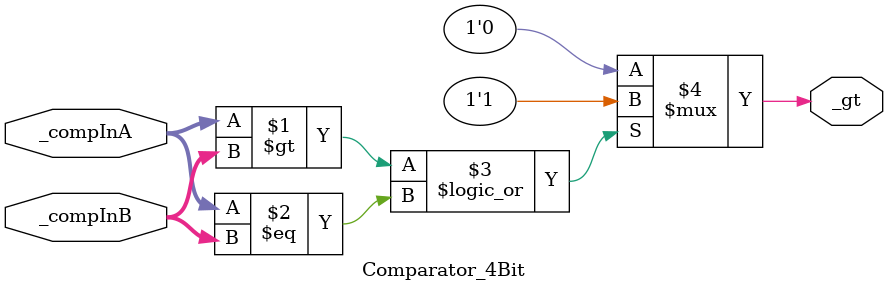
<source format=v>
`timescale 1ns / 1ps


module Comparator_4Bit(
//define inputs
input [7:0] _compInA, _compInB,
//input _compare,

//define
output _gt
//output lt,
//output eq
    );
    


assign _gt = ((_compInA > _compInB) || (_compInA == _compInB)) ? 1'b1:1'b0;
    
endmodule

</source>
